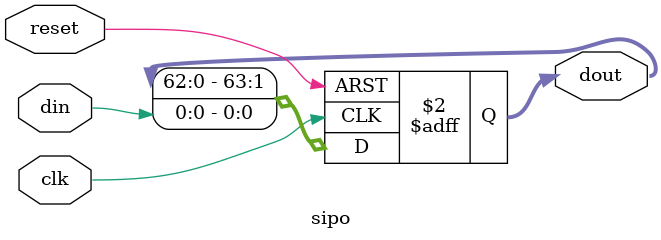
<source format=v>
`timescale 1 ns / 1 ps

module sipo (dout, din, clk, reset); //removed clk_en
	parameter WIDTH = 64;
	output [WIDTH-1:0] dout;
	input din, clk, reset; //removed clk_en
	reg [WIDTH-1:0] dout;
	
	always @(posedge clk or posedge reset)
		if (reset)
			dout <= {WIDTH{1'b0}};
		else //if (clk_en) 
			begin
				dout <= {dout[WIDTH-2:0], din};
			end
endmodule


</source>
